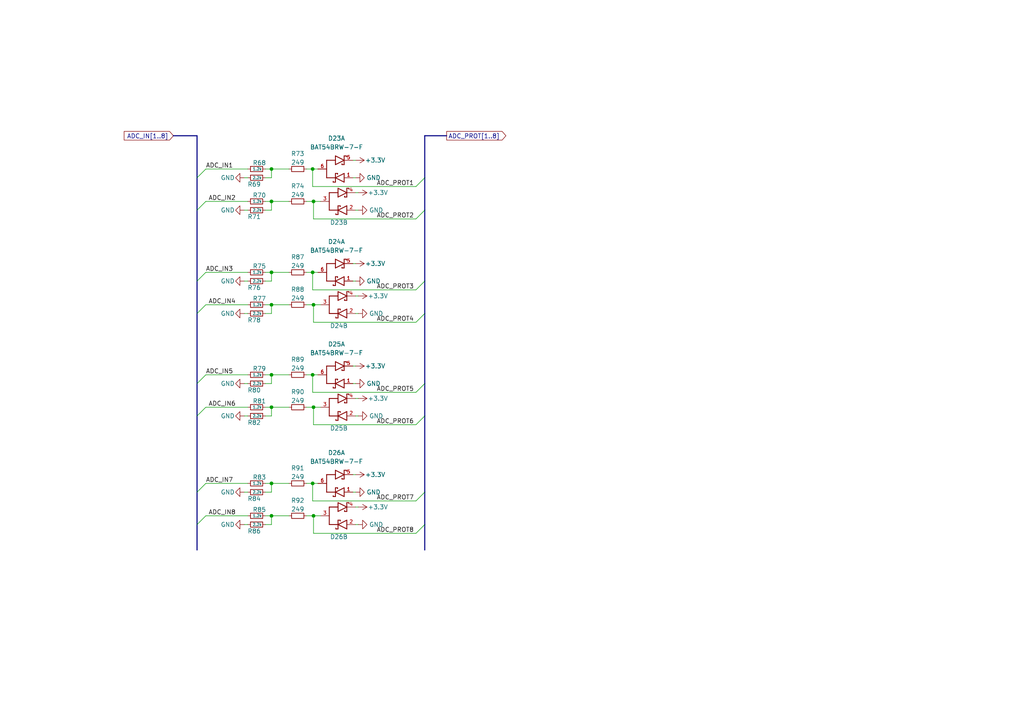
<source format=kicad_sch>
(kicad_sch (version 20211123) (generator eeschema)
  (paper "A4")
  (lib_symbols
    (symbol "Device:R_Small" (pin_numbers hide) (pin_names (offset 0.254) hide)
      (property "Reference" "R" (at 0.762 0.508 0))
      (property "Value" "R_Small" (at 0.762 -1.016 0))
      (symbol "R_Small_0_1"
        (rectangle (start -0.762 1.778) (end 0.762 -1.778) (stroke (width 0.2032)))
      )
      (symbol "R_Small_1_1"
        (pin passive line (at 0 2.54 270) (length 0.762) (name "~") (number "1"))
        (pin passive line (at 0 -2.54 90) (length 0.762) (name "~") (number "2"))
      )
    )
    (symbol "pdms_additional:BAT54BRW-7-F" (pin_names (offset 1.016))
      (property "Reference" "D" (at -5.08 8.89 0))
      (property "Value" "BAT54BRW-7-F" (at -5.08 -11.43 0))
      (symbol "BAT54BRW-7-F_1_0"
        (polyline (pts (xy -3.81 -2.54) (xy -1.27 -2.54)) (stroke (width 0.254)))
        (polyline (pts (xy -3.81 0) (xy -2.54 0)) (stroke (width 0.254)))
        (polyline (pts (xy -3.81 0.635) (xy -3.81 0)) (stroke (width 0.254)))
        (polyline (pts (xy -3.81 0.635) (xy -3.556 0.635)) (stroke (width 0.254)))
        (polyline (pts (xy -2.54 0) (xy -3.81 -2.54)) (stroke (width 0.254)))
        (polyline (pts (xy -2.54 0) (xy -1.27 0)) (stroke (width 0.254)))
        (polyline (pts (xy -2.54 2.54) (xy -2.54 0)) (stroke (width 0.254)))
        (polyline (pts (xy -2.54 2.54) (xy 2.54 2.54)) (stroke (width 0.254)))
        (polyline (pts (xy -1.524 -0.635) (xy -1.27 -0.635)) (stroke (width 0.254)))
        (polyline (pts (xy -1.27 -2.54) (xy -2.54 0)) (stroke (width 0.254)))
        (polyline (pts (xy -1.27 0) (xy -1.27 -0.635)) (stroke (width 0.254)))
        (polyline (pts (xy 1.27 -2.54) (xy 1.27 -1.905)) (stroke (width 0.254)))
        (polyline (pts (xy 1.27 0) (xy 2.54 -2.54)) (stroke (width 0.254)))
        (polyline (pts (xy 1.524 -1.905) (xy 1.27 -1.905)) (stroke (width 0.254)))
        (polyline (pts (xy 2.54 -2.54) (xy 1.27 -2.54)) (stroke (width 0.254)))
        (polyline (pts (xy 2.54 -2.54) (xy 3.81 0)) (stroke (width 0.254)))
        (polyline (pts (xy 2.54 0) (xy 1.27 0)) (stroke (width 0.254)))
        (polyline (pts (xy 2.54 2.54) (xy 2.54 0)) (stroke (width 0.254)))
        (polyline (pts (xy 3.81 -3.175) (xy 3.556 -3.175)) (stroke (width 0.254)))
        (polyline (pts (xy 3.81 -3.175) (xy 3.81 -2.54)) (stroke (width 0.254)))
        (polyline (pts (xy 3.81 -2.54) (xy 2.54 -2.54)) (stroke (width 0.254)))
        (polyline (pts (xy 3.81 0) (xy 2.54 0)) (stroke (width 0.254)))
        (pin passive line (at -2.54 -5.08 90) (length 2.54) (name "~") (number "1"))
        (pin passive line (at 2.54 -5.08 90) (length 2.54) (name "~") (number "5"))
        (pin passive line (at 0 5.08 270) (length 2.54) (name "~") (number "6"))
      )
      (symbol "BAT54BRW-7-F_2_0"
        (polyline (pts (xy -3.81 -2.54) (xy -1.27 -2.54)) (stroke (width 0.254)))
        (polyline (pts (xy -3.81 0) (xy -2.54 0)) (stroke (width 0.254)))
        (polyline (pts (xy -3.81 0.635) (xy -3.81 0)) (stroke (width 0.254)))
        (polyline (pts (xy -3.81 0.635) (xy -3.556 0.635)) (stroke (width 0.254)))
        (polyline (pts (xy -2.54 0) (xy -3.81 -2.54)) (stroke (width 0.254)))
        (polyline (pts (xy -2.54 0) (xy -1.27 0)) (stroke (width 0.254)))
        (polyline (pts (xy -2.54 2.54) (xy -2.54 0)) (stroke (width 0.254)))
        (polyline (pts (xy -2.54 2.54) (xy 2.54 2.54)) (stroke (width 0.254)))
        (polyline (pts (xy -1.524 -0.635) (xy -1.27 -0.635)) (stroke (width 0.254)))
        (polyline (pts (xy -1.27 -2.54) (xy -2.54 0)) (stroke (width 0.254)))
        (polyline (pts (xy -1.27 0) (xy -1.27 -0.635)) (stroke (width 0.254)))
        (polyline (pts (xy 1.27 -2.54) (xy 1.27 -1.905)) (stroke (width 0.254)))
        (polyline (pts (xy 1.27 0) (xy 2.54 -2.54)) (stroke (width 0.254)))
        (polyline (pts (xy 1.524 -1.905) (xy 1.27 -1.905)) (stroke (width 0.254)))
        (polyline (pts (xy 2.54 -2.54) (xy 1.27 -2.54)) (stroke (width 0.254)))
        (polyline (pts (xy 2.54 -2.54) (xy 3.81 0)) (stroke (width 0.254)))
        (polyline (pts (xy 2.54 0) (xy 1.27 0)) (stroke (width 0.254)))
        (polyline (pts (xy 2.54 2.54) (xy 2.54 0)) (stroke (width 0.254)))
        (polyline (pts (xy 3.81 -3.175) (xy 3.556 -3.175)) (stroke (width 0.254)))
        (polyline (pts (xy 3.81 -3.175) (xy 3.81 -2.54)) (stroke (width 0.254)))
        (polyline (pts (xy 3.81 -2.54) (xy 2.54 -2.54)) (stroke (width 0.254)))
        (polyline (pts (xy 3.81 0) (xy 2.54 0)) (stroke (width 0.254)))
        (pin passive line (at -2.54 -5.08 90) (length 2.54) (name "~") (number "2"))
        (pin passive line (at 0 5.08 270) (length 2.54) (name "~") (number "3"))
        (pin passive line (at 2.54 -5.08 90) (length 2.54) (name "~") (number "4"))
      )
    )
    (symbol "power:+3.3V" (power) (pin_names (offset 0))
      (property "Value" "+3.3V" (at 0 3.556 0))
      (symbol "+3.3V_0_1"
        (polyline (pts (xy -0.762 1.27) (xy 0 2.54)))
        (polyline (pts (xy 0 0) (xy 0 2.54)))
        (polyline (pts (xy 0 2.54) (xy 0.762 1.27)))
      )
      (symbol "+3.3V_1_1"
        (pin power_in line (at 0 0 90) (length 0) hide (name "+3.3V") (number "1"))
      )
    )
    (symbol "power:GND" (power) (pin_names (offset 0))
      (property "Value" "GND" (at 0 -3.81 0))
      (symbol "GND_0_1"
        (polyline (pts (xy 0 0) (xy 0 -1.27) (xy 1.27 -1.27) (xy 0 -2.54) (xy -1.27 -1.27) (xy 0 -1.27)))
      )
      (symbol "GND_1_1"
        (pin power_in line (at 0 0 270) (length 0) hide (name "GND") (number "1"))
      )
    )
  )
  (junction (at 78.74 118.11))
  (junction (at 90.932 88.392))
  (junction (at 78.74 88.392))
  (junction (at 90.678 49.022))
  (junction (at 78.74 140.208))
  (junction (at 78.74 49.022))
  (junction (at 90.678 108.712))
  (junction (at 90.932 149.606))
  (junction (at 78.74 149.606))
  (junction (at 78.74 78.994))
  (junction (at 90.932 118.11))
  (junction (at 90.932 58.42))
  (junction (at 90.678 140.208))
  (junction (at 78.74 58.42))
  (junction (at 90.678 78.994))
  (junction (at 78.74 108.712))
  (bus_entry (at 57.15 142.748) (size 2.54 -2.54))
  (bus_entry (at 57.15 90.932) (size 2.54 -2.54))
  (bus_entry (at 123.19 81.534) (size -2.54 2.54))
  (bus_entry (at 123.19 152.146) (size -2.54 2.54))
  (bus_entry (at 123.19 120.65) (size -2.54 2.54))
  (bus_entry (at 57.15 111.252) (size 2.54 -2.54))
  (bus_entry (at 57.15 51.562) (size 2.54 -2.54))
  (bus_entry (at 123.19 90.932) (size -2.54 2.54))
  (bus_entry (at 123.19 142.748) (size -2.54 2.54))
  (bus_entry (at 57.15 60.96) (size 2.54 -2.54))
  (bus_entry (at 57.15 120.65) (size 2.54 -2.54))
  (bus_entry (at 57.15 152.146) (size 2.54 -2.54))
  (bus_entry (at 123.19 111.252) (size -2.54 2.54))
  (bus_entry (at 123.19 60.96) (size -2.54 2.54))
  (bus_entry (at 123.19 51.562) (size -2.54 2.54))
  (bus_entry (at 57.15 81.534) (size 2.54 -2.54))
  (wire (pts (xy 90.932 154.686) (xy 90.932 149.606)))
  (bus (pts (xy 57.15 111.252) (xy 57.15 120.65)))
  (wire (pts (xy 88.9 149.606) (xy 90.932 149.606)))
  (wire (pts (xy 102.362 142.748) (xy 103.124 142.748)))
  (bus (pts (xy 123.19 142.748) (xy 123.19 152.146)))
  (wire (pts (xy 83.82 78.994) (xy 78.74 78.994)))
  (bus (pts (xy 123.19 39.37) (xy 123.19 51.562)))
  (bus (pts (xy 57.15 152.146) (xy 57.15 159.512)))
  (wire (pts (xy 71.882 58.42) (xy 59.69 58.42)))
  (wire (pts (xy 90.678 140.208) (xy 92.202 140.208)))
  (wire (pts (xy 78.74 142.748) (xy 76.962 142.748)))
  (bus (pts (xy 57.15 120.65) (xy 57.15 142.748)))
  (bus (pts (xy 123.19 152.146) (xy 123.19 159.512)))
  (wire (pts (xy 71.882 60.96) (xy 70.866 60.96)))
  (wire (pts (xy 120.65 113.792) (xy 90.678 113.792)))
  (wire (pts (xy 90.932 93.472) (xy 90.932 88.392)))
  (wire (pts (xy 71.882 142.748) (xy 70.866 142.748)))
  (wire (pts (xy 71.882 81.534) (xy 70.866 81.534)))
  (wire (pts (xy 103.124 120.65) (xy 103.886 120.65)))
  (wire (pts (xy 90.932 63.5) (xy 90.932 58.42)))
  (wire (pts (xy 90.678 54.102) (xy 90.678 49.022)))
  (wire (pts (xy 83.82 140.208) (xy 78.74 140.208)))
  (wire (pts (xy 88.9 108.712) (xy 90.678 108.712)))
  (wire (pts (xy 78.74 108.712) (xy 78.74 111.252)))
  (wire (pts (xy 103.124 55.88) (xy 103.886 55.88)))
  (wire (pts (xy 102.362 137.668) (xy 103.124 137.668)))
  (wire (pts (xy 76.962 49.022) (xy 78.74 49.022)))
  (wire (pts (xy 78.74 140.208) (xy 78.74 142.748)))
  (wire (pts (xy 90.678 49.022) (xy 92.202 49.022)))
  (bus (pts (xy 123.19 81.534) (xy 123.19 90.932)))
  (wire (pts (xy 83.82 49.022) (xy 78.74 49.022)))
  (wire (pts (xy 103.124 147.066) (xy 103.886 147.066)))
  (wire (pts (xy 71.882 152.146) (xy 70.866 152.146)))
  (wire (pts (xy 102.362 111.252) (xy 103.124 111.252)))
  (wire (pts (xy 120.65 93.472) (xy 90.932 93.472)))
  (bus (pts (xy 57.15 142.748) (xy 57.15 152.146)))
  (wire (pts (xy 71.882 51.562) (xy 70.866 51.562)))
  (wire (pts (xy 71.882 140.208) (xy 59.69 140.208)))
  (wire (pts (xy 120.65 84.074) (xy 90.678 84.074)))
  (wire (pts (xy 78.74 88.392) (xy 78.74 90.932)))
  (bus (pts (xy 123.19 60.96) (xy 123.19 81.534)))
  (wire (pts (xy 103.124 90.932) (xy 103.886 90.932)))
  (wire (pts (xy 78.74 49.022) (xy 78.74 51.562)))
  (wire (pts (xy 78.74 118.11) (xy 78.74 120.65)))
  (wire (pts (xy 90.678 113.792) (xy 90.678 108.712)))
  (wire (pts (xy 120.65 123.19) (xy 90.932 123.19)))
  (bus (pts (xy 129.54 39.37) (xy 123.19 39.37)))
  (wire (pts (xy 76.962 118.11) (xy 78.74 118.11)))
  (wire (pts (xy 120.65 54.102) (xy 90.678 54.102)))
  (wire (pts (xy 103.124 152.146) (xy 103.886 152.146)))
  (wire (pts (xy 83.82 118.11) (xy 78.74 118.11)))
  (wire (pts (xy 102.362 106.172) (xy 103.124 106.172)))
  (wire (pts (xy 78.74 90.932) (xy 76.962 90.932)))
  (wire (pts (xy 90.932 149.606) (xy 92.964 149.606)))
  (wire (pts (xy 78.74 111.252) (xy 76.962 111.252)))
  (wire (pts (xy 103.124 115.57) (xy 103.886 115.57)))
  (wire (pts (xy 90.932 123.19) (xy 90.932 118.11)))
  (wire (pts (xy 83.82 88.392) (xy 78.74 88.392)))
  (bus (pts (xy 123.19 111.252) (xy 123.19 120.65)))
  (wire (pts (xy 78.74 51.562) (xy 76.962 51.562)))
  (wire (pts (xy 102.362 51.562) (xy 103.124 51.562)))
  (wire (pts (xy 103.124 85.852) (xy 103.886 85.852)))
  (bus (pts (xy 123.19 120.65) (xy 123.19 142.748)))
  (wire (pts (xy 83.82 108.712) (xy 78.74 108.712)))
  (wire (pts (xy 88.9 118.11) (xy 90.932 118.11)))
  (wire (pts (xy 90.678 108.712) (xy 92.202 108.712)))
  (wire (pts (xy 78.74 58.42) (xy 78.74 60.96)))
  (wire (pts (xy 78.74 152.146) (xy 76.962 152.146)))
  (wire (pts (xy 90.932 58.42) (xy 92.964 58.42)))
  (wire (pts (xy 102.362 76.454) (xy 103.124 76.454)))
  (wire (pts (xy 76.962 140.208) (xy 78.74 140.208)))
  (wire (pts (xy 71.882 111.252) (xy 70.866 111.252)))
  (wire (pts (xy 88.9 58.42) (xy 90.932 58.42)))
  (bus (pts (xy 57.15 90.932) (xy 57.15 111.252)))
  (wire (pts (xy 71.882 78.994) (xy 59.69 78.994)))
  (wire (pts (xy 76.962 108.712) (xy 78.74 108.712)))
  (wire (pts (xy 78.74 60.96) (xy 76.962 60.96)))
  (wire (pts (xy 78.74 78.994) (xy 78.74 81.534)))
  (wire (pts (xy 71.882 118.11) (xy 59.69 118.11)))
  (wire (pts (xy 78.74 120.65) (xy 76.962 120.65)))
  (bus (pts (xy 50.292 39.37) (xy 57.15 39.37)))
  (bus (pts (xy 57.15 60.96) (xy 57.15 81.534)))
  (wire (pts (xy 120.65 63.5) (xy 90.932 63.5)))
  (bus (pts (xy 57.15 39.37) (xy 57.15 51.562)))
  (wire (pts (xy 76.962 58.42) (xy 78.74 58.42)))
  (wire (pts (xy 71.882 90.932) (xy 70.866 90.932)))
  (wire (pts (xy 71.882 149.606) (xy 59.69 149.606)))
  (wire (pts (xy 103.124 60.96) (xy 103.886 60.96)))
  (wire (pts (xy 88.9 88.392) (xy 90.932 88.392)))
  (wire (pts (xy 71.882 49.022) (xy 59.69 49.022)))
  (bus (pts (xy 123.19 51.562) (xy 123.19 60.96)))
  (bus (pts (xy 57.15 81.534) (xy 57.15 90.932)))
  (wire (pts (xy 88.9 140.208) (xy 90.678 140.208)))
  (wire (pts (xy 71.882 108.712) (xy 59.69 108.712)))
  (wire (pts (xy 90.932 88.392) (xy 92.964 88.392)))
  (wire (pts (xy 102.362 81.534) (xy 103.124 81.534)))
  (wire (pts (xy 88.9 49.022) (xy 90.678 49.022)))
  (wire (pts (xy 102.362 46.482) (xy 103.124 46.482)))
  (wire (pts (xy 76.962 78.994) (xy 78.74 78.994)))
  (wire (pts (xy 76.962 88.392) (xy 78.74 88.392)))
  (wire (pts (xy 76.962 149.606) (xy 78.74 149.606)))
  (wire (pts (xy 120.65 154.686) (xy 90.932 154.686)))
  (wire (pts (xy 90.932 118.11) (xy 92.964 118.11)))
  (wire (pts (xy 71.882 120.65) (xy 70.866 120.65)))
  (wire (pts (xy 88.9 78.994) (xy 90.678 78.994)))
  (wire (pts (xy 83.82 58.42) (xy 78.74 58.42)))
  (wire (pts (xy 90.678 78.994) (xy 92.202 78.994)))
  (wire (pts (xy 90.678 84.074) (xy 90.678 78.994)))
  (wire (pts (xy 83.82 149.606) (xy 78.74 149.606)))
  (wire (pts (xy 71.882 88.392) (xy 59.69 88.392)))
  (bus (pts (xy 123.19 90.932) (xy 123.19 111.252)))
  (wire (pts (xy 78.74 81.534) (xy 76.962 81.534)))
  (wire (pts (xy 90.678 145.288) (xy 90.678 140.208)))
  (wire (pts (xy 120.65 145.288) (xy 90.678 145.288)))
  (wire (pts (xy 78.74 149.606) (xy 78.74 152.146)))
  (bus (pts (xy 57.15 51.562) (xy 57.15 60.96)))
  (label "ADC_IN7" (at 59.69 140.208 0))
  (label "ADC_PROT4" (at 109.22 93.472 0))
  (label "ADC_PROT2" (at 109.22 63.5 0))
  (label "ADC_IN1" (at 59.69 49.022 0))
  (label "ADC_IN5" (at 59.69 108.712 0))
  (label "ADC_IN8" (at 60.452 149.606 0))
  (label "ADC_PROT6" (at 109.22 123.19 0))
  (label "ADC_PROT5" (at 109.22 113.792 0))
  (label "ADC_IN3" (at 59.69 78.994 0))
  (label "ADC_PROT7" (at 109.22 145.288 0))
  (label "ADC_IN4" (at 60.452 88.392 0))
  (label "ADC_PROT1" (at 109.22 54.102 0))
  (label "ADC_PROT3" (at 109.22 84.074 0))
  (label "ADC_IN6" (at 60.452 118.11 0))
  (label "ADC_IN2" (at 60.452 58.42 0))
  (label "ADC_PROT8" (at 109.22 154.686 0))
  (global_label "ADC_IN[1..8]" (shape input) (at 50.292 39.37 180) (property "Intersheet References" "${INTERSHEET_REFS}" (effects hide)))
  (global_label "ADC_PROT[1..8]" (shape output) (at 129.54 39.37 0) (property "Intersheet References" "${INTERSHEET_REFS}" (effects hide)))
  (symbol (lib_id "Device:R_Small") (at 86.36 78.994 90) (unit 1)
    (property "Reference" "R87" (at 86.36 74.549 90))
    (property "Value" "249" (at 86.36 77.089 90))
    (property "Footprint" "Resistor_SMD:R_0402_1005Metric_Pad0.72x0.64mm_HandSolder" (effects hide))
  )
  (symbol (lib_id "power:+3.3V") (at 103.886 85.852 270) (unit 1)
    (property "Reference" "#PWR0260" (effects hide))
    (property "Value" "+3.3V" (at 109.601 85.852 90))
  )
  (symbol (lib_id "power:GND") (at 70.866 81.534 270) (unit 1)
    (property "Reference" "#PWR0244" (effects hide))
    (property "Value" "GND" (at 66.04 81.534 90))
  )
  (symbol (lib_id "power:GND") (at 70.866 111.252 270) (unit 1)
    (property "Reference" "#PWR0270" (effects hide))
    (property "Value" "GND" (at 66.04 111.252 90))
  )
  (symbol (lib_id "Device:R_Small") (at 74.422 78.994 270) (unit 1)
    (property "Reference" "R75" (at 73.279 77.216 90) (effects (justify left)))
    (property "Value" "1.2k" (at 73.279 78.994 90) (effects (font (size 0.8 0.8)) (justify left)))
    (property "Footprint" "Resistor_SMD:R_0402_1005Metric_Pad0.72x0.64mm_HandSolder" (effects hide))
  )
  (symbol (lib_id "Device:R_Small") (at 86.36 108.712 90) (unit 1)
    (property "Reference" "R89" (at 86.36 104.267 90))
    (property "Value" "249" (at 86.36 106.807 90))
    (property "Footprint" "Resistor_SMD:R_0402_1005Metric_Pad0.72x0.64mm_HandSolder" (effects hide))
  )
  (symbol (lib_id "Device:R_Small") (at 86.36 88.392 90) (unit 1)
    (property "Reference" "R88" (at 86.36 83.947 90))
    (property "Value" "249" (at 86.36 86.487 90))
    (property "Footprint" "Resistor_SMD:R_0402_1005Metric_Pad0.72x0.64mm_HandSolder" (effects hide))
  )
  (symbol (lib_id "pdms_additional:BAT54BRW-7-F") (at 97.282 78.994 90) (unit 1)
    (property "Reference" "D24" (at 97.5995 70.104 90))
    (property "Value" "BAT54BRW-7-F" (at 97.5995 72.644 90))
    (property "Footprint" "PDM_Additional:SOT65P210X110-6N" (effects hide))
    (property "MAXIMUM_PACKAGE_HEIGHT" "1.1 mm" (effects hide))
    (property "MANUFACTURER" "Diodes Inc." (effects hide))
    (property "PARTREV" "17 - 2" (effects hide))
    (property "STANDARD" "IPC 7351B" (effects hide))
  )
  (symbol (lib_id "power:+3.3V") (at 103.124 106.172 270) (unit 1)
    (property "Reference" "#PWR0262" (effects hide))
    (property "Value" "+3.3V" (at 108.839 106.172 90))
  )
  (symbol (lib_id "Device:R_Small") (at 86.36 118.11 90) (unit 1)
    (property "Reference" "R90" (at 86.36 113.665 90))
    (property "Value" "249" (at 86.36 116.205 90))
    (property "Footprint" "Resistor_SMD:R_0402_1005Metric_Pad0.72x0.64mm_HandSolder" (effects hide))
  )
  (symbol (lib_id "power:GND") (at 103.124 81.534 90) (unit 1)
    (property "Reference" "#PWR0261" (effects hide))
    (property "Value" "GND" (at 106.299 81.5339 90) (effects (justify right)))
  )
  (symbol (lib_id "pdms_additional:BAT54BRW-7-F") (at 98.044 149.606 90) (unit 2)
    (property "Reference" "D26" (at 98.298 155.702 90))
    (property "Value" "BAT54BRW-7-F" (effects hide))
    (property "Footprint" "PDM_Additional:SOT65P210X110-6N" (effects hide))
    (property "MAXIMUM_PACKAGE_HEIGHT" "1.1 mm" (effects hide))
    (property "MANUFACTURER" "Diodes Inc." (effects hide))
    (property "PARTREV" "17 - 2" (effects hide))
    (property "STANDARD" "IPC 7351B" (effects hide))
  )
  (symbol (lib_id "pdms_additional:BAT54BRW-7-F") (at 98.044 118.11 90) (unit 2)
    (property "Reference" "D25" (at 98.298 124.206 90))
    (property "Value" "BAT54BRW-7-F" (effects hide))
    (property "Footprint" "PDM_Additional:SOT65P210X110-6N" (effects hide))
    (property "MAXIMUM_PACKAGE_HEIGHT" "1.1 mm" (effects hide))
    (property "MANUFACTURER" "Diodes Inc." (effects hide))
    (property "PARTREV" "17 - 2" (effects hide))
    (property "STANDARD" "IPC 7351B" (effects hide))
  )
  (symbol (lib_id "Device:R_Small") (at 74.422 111.252 90) (unit 1)
    (property "Reference" "R80" (at 75.692 113.157 90) (effects (justify left)))
    (property "Value" "2.2k" (at 75.946 111.252 90) (effects (font (size 0.8 0.8)) (justify left)))
    (property "Footprint" "Resistor_SMD:R_0402_1005Metric_Pad0.72x0.64mm_HandSolder" (effects hide))
  )
  (symbol (lib_id "power:GND") (at 103.886 90.932 90) (unit 1)
    (property "Reference" "#PWR0259" (effects hide))
    (property "Value" "GND" (at 107.061 90.9319 90) (effects (justify right)))
  )
  (symbol (lib_id "Device:R_Small") (at 74.422 108.712 270) (unit 1)
    (property "Reference" "R79" (at 73.279 106.934 90) (effects (justify left)))
    (property "Value" "1.2k" (at 73.279 108.712 90) (effects (font (size 0.8 0.8)) (justify left)))
    (property "Footprint" "Resistor_SMD:R_0402_1005Metric_Pad0.72x0.64mm_HandSolder" (effects hide))
  )
  (symbol (lib_id "power:+3.3V") (at 103.124 46.482 270) (unit 1)
    (property "Reference" "#PWR0265" (effects hide))
    (property "Value" "+3.3V" (at 108.839 46.482 90))
  )
  (symbol (lib_id "Device:R_Small") (at 74.422 81.534 90) (unit 1)
    (property "Reference" "R76" (at 75.692 83.439 90) (effects (justify left)))
    (property "Value" "2.2k" (at 75.946 81.534 90) (effects (font (size 0.8 0.8)) (justify left)))
    (property "Footprint" "Resistor_SMD:R_0402_1005Metric_Pad0.72x0.64mm_HandSolder" (effects hide))
  )
  (symbol (lib_id "Device:R_Small") (at 74.422 120.65 90) (unit 1)
    (property "Reference" "R82" (at 75.692 122.555 90) (effects (justify left)))
    (property "Value" "2.2k" (at 75.946 120.65 90) (effects (font (size 0.8 0.8)) (justify left)))
    (property "Footprint" "Resistor_SMD:R_0402_1005Metric_Pad0.72x0.64mm_HandSolder" (effects hide))
  )
  (symbol (lib_id "power:+3.3V") (at 103.886 55.88 270) (unit 1)
    (property "Reference" "#PWR0266" (effects hide))
    (property "Value" "+3.3V" (at 109.601 55.88 90))
  )
  (symbol (lib_id "Device:R_Small") (at 74.422 58.42 270) (unit 1)
    (property "Reference" "R70" (at 73.279 56.642 90) (effects (justify left)))
    (property "Value" "1.2k" (at 73.279 58.42 90) (effects (font (size 0.8 0.8)) (justify left)))
    (property "Footprint" "Resistor_SMD:R_0402_1005Metric_Pad0.72x0.64mm_HandSolder" (effects hide))
  )
  (symbol (lib_id "pdms_additional:BAT54BRW-7-F") (at 97.282 108.712 90) (unit 1)
    (property "Reference" "D25" (at 97.5995 99.822 90))
    (property "Value" "BAT54BRW-7-F" (at 97.5995 102.362 90))
    (property "Footprint" "PDM_Additional:SOT65P210X110-6N" (effects hide))
    (property "MAXIMUM_PACKAGE_HEIGHT" "1.1 mm" (effects hide))
    (property "MANUFACTURER" "Diodes Inc." (effects hide))
    (property "PARTREV" "17 - 2" (effects hide))
    (property "STANDARD" "IPC 7351B" (effects hide))
  )
  (symbol (lib_id "pdms_additional:BAT54BRW-7-F") (at 97.282 49.022 90) (unit 1)
    (property "Reference" "D23" (at 97.5995 40.132 90))
    (property "Value" "BAT54BRW-7-F" (at 97.5995 42.672 90))
    (property "Footprint" "PDM_Additional:SOT65P210X110-6N" (effects hide))
    (property "MAXIMUM_PACKAGE_HEIGHT" "1.1 mm" (effects hide))
    (property "MANUFACTURER" "Diodes Inc." (effects hide))
    (property "PARTREV" "17 - 2" (effects hide))
    (property "STANDARD" "IPC 7351B" (effects hide))
  )
  (symbol (lib_id "Device:R_Small") (at 74.422 140.208 270) (unit 1)
    (property "Reference" "R83" (at 73.279 138.43 90) (effects (justify left)))
    (property "Value" "1.2k" (at 73.279 140.208 90) (effects (font (size 0.8 0.8)) (justify left)))
    (property "Footprint" "Resistor_SMD:R_0402_1005Metric_Pad0.72x0.64mm_HandSolder" (effects hide))
  )
  (symbol (lib_id "power:GND") (at 70.866 90.932 270) (unit 1)
    (property "Reference" "#PWR0269" (effects hide))
    (property "Value" "GND" (at 66.04 90.932 90))
  )
  (symbol (lib_id "Device:R_Small") (at 86.36 140.208 90) (unit 1)
    (property "Reference" "R91" (at 86.36 135.763 90))
    (property "Value" "249" (at 86.36 138.303 90))
    (property "Footprint" "Resistor_SMD:R_0402_1005Metric_Pad0.72x0.64mm_HandSolder" (effects hide))
  )
  (symbol (lib_id "power:GND") (at 103.886 152.146 90) (unit 1)
    (property "Reference" "#PWR0254" (effects hide))
    (property "Value" "GND" (at 107.061 152.1459 90) (effects (justify right)))
  )
  (symbol (lib_id "power:+3.3V") (at 103.124 137.668 270) (unit 1)
    (property "Reference" "#PWR0257" (effects hide))
    (property "Value" "+3.3V" (at 108.839 137.668 90))
  )
  (symbol (lib_id "pdms_additional:BAT54BRW-7-F") (at 97.282 140.208 90) (unit 1)
    (property "Reference" "D26" (at 97.5995 131.318 90))
    (property "Value" "BAT54BRW-7-F" (at 97.5995 133.858 90))
    (property "Footprint" "PDM_Additional:SOT65P210X110-6N" (effects hide))
    (property "MAXIMUM_PACKAGE_HEIGHT" "1.1 mm" (effects hide))
    (property "MANUFACTURER" "Diodes Inc." (effects hide))
    (property "PARTREV" "17 - 2" (effects hide))
    (property "STANDARD" "IPC 7351B" (effects hide))
  )
  (symbol (lib_id "pdms_additional:BAT54BRW-7-F") (at 98.044 58.42 90) (unit 2)
    (property "Reference" "D23" (at 98.298 64.516 90))
    (property "Value" "BAT54BRW-7-F" (effects hide))
    (property "Footprint" "PDM_Additional:SOT65P210X110-6N" (effects hide))
    (property "MAXIMUM_PACKAGE_HEIGHT" "1.1 mm" (effects hide))
    (property "MANUFACTURER" "Diodes Inc." (effects hide))
    (property "PARTREV" "17 - 2" (effects hide))
    (property "STANDARD" "IPC 7351B" (effects hide))
  )
  (symbol (lib_id "Device:R_Small") (at 74.422 118.11 270) (unit 1)
    (property "Reference" "R81" (at 73.279 116.332 90) (effects (justify left)))
    (property "Value" "1.2k" (at 73.279 118.11 90) (effects (font (size 0.8 0.8)) (justify left)))
    (property "Footprint" "Resistor_SMD:R_0402_1005Metric_Pad0.72x0.64mm_HandSolder" (effects hide))
  )
  (symbol (lib_id "power:GND") (at 70.866 120.65 270) (unit 1)
    (property "Reference" "#PWR0271" (effects hide))
    (property "Value" "GND" (at 66.04 120.65 90))
  )
  (symbol (lib_id "power:GND") (at 103.886 120.65 90) (unit 1)
    (property "Reference" "#PWR0263" (effects hide))
    (property "Value" "GND" (at 107.061 120.6499 90) (effects (justify right)))
  )
  (symbol (lib_id "power:GND") (at 70.866 152.146 270) (unit 1)
    (property "Reference" "#PWR0273" (effects hide))
    (property "Value" "GND" (at 66.04 152.146 90))
  )
  (symbol (lib_id "power:+3.3V") (at 103.124 76.454 270) (unit 1)
    (property "Reference" "#PWR0274" (effects hide))
    (property "Value" "+3.3V" (at 108.839 76.454 90))
  )
  (symbol (lib_id "Device:R_Small") (at 74.422 152.146 90) (unit 1)
    (property "Reference" "R86" (at 75.692 154.051 90) (effects (justify left)))
    (property "Value" "2.2k" (at 75.946 152.146 90) (effects (font (size 0.8 0.8)) (justify left)))
    (property "Footprint" "Resistor_SMD:R_0402_1005Metric_Pad0.72x0.64mm_HandSolder" (effects hide))
  )
  (symbol (lib_id "power:+3.3V") (at 103.886 115.57 270) (unit 1)
    (property "Reference" "#PWR0264" (effects hide))
    (property "Value" "+3.3V" (at 109.601 115.57 90))
  )
  (symbol (lib_id "Device:R_Small") (at 74.422 88.392 270) (unit 1)
    (property "Reference" "R77" (at 73.279 86.614 90) (effects (justify left)))
    (property "Value" "1.2k" (at 73.279 88.392 90) (effects (font (size 0.8 0.8)) (justify left)))
    (property "Footprint" "Resistor_SMD:R_0402_1005Metric_Pad0.72x0.64mm_HandSolder" (effects hide))
  )
  (symbol (lib_id "Device:R_Small") (at 86.36 58.42 90) (unit 1)
    (property "Reference" "R74" (at 86.36 53.975 90))
    (property "Value" "249" (at 86.36 56.515 90))
    (property "Footprint" "Resistor_SMD:R_0402_1005Metric_Pad0.72x0.64mm_HandSolder" (effects hide))
  )
  (symbol (lib_id "power:GND") (at 103.124 111.252 90) (unit 1)
    (property "Reference" "#PWR0258" (effects hide))
    (property "Value" "GND" (at 106.299 111.2519 90) (effects (justify right)))
  )
  (symbol (lib_id "power:GND") (at 103.886 60.96 90) (unit 1)
    (property "Reference" "#PWR0267" (effects hide))
    (property "Value" "GND" (at 107.061 60.9599 90) (effects (justify right)))
  )
  (symbol (lib_id "Device:R_Small") (at 74.422 142.748 90) (unit 1)
    (property "Reference" "R84" (at 75.692 144.653 90) (effects (justify left)))
    (property "Value" "2.2k" (at 75.946 142.748 90) (effects (font (size 0.8 0.8)) (justify left)))
    (property "Footprint" "Resistor_SMD:R_0402_1005Metric_Pad0.72x0.64mm_HandSolder" (effects hide))
  )
  (symbol (lib_id "power:GND") (at 70.866 142.748 270) (unit 1)
    (property "Reference" "#PWR0272" (effects hide))
    (property "Value" "GND" (at 66.04 142.748 90))
  )
  (symbol (lib_id "Device:R_Small") (at 74.422 60.96 90) (unit 1)
    (property "Reference" "R71" (at 75.692 62.865 90) (effects (justify left)))
    (property "Value" "2.2k" (at 75.946 60.96 90) (effects (font (size 0.8 0.8)) (justify left)))
    (property "Footprint" "Resistor_SMD:R_0402_1005Metric_Pad0.72x0.64mm_HandSolder" (effects hide))
  )
  (symbol (lib_id "Device:R_Small") (at 74.422 49.022 270) (unit 1)
    (property "Reference" "R68" (at 73.279 47.244 90) (effects (justify left)))
    (property "Value" "1.2k" (at 73.279 49.022 90) (effects (font (size 0.8 0.8)) (justify left)))
    (property "Footprint" "Resistor_SMD:R_0402_1005Metric_Pad0.72x0.64mm_HandSolder" (effects hide))
  )
  (symbol (lib_id "power:+3.3V") (at 103.886 147.066 270) (unit 1)
    (property "Reference" "#PWR0253" (effects hide))
    (property "Value" "+3.3V" (at 109.601 147.066 90))
  )
  (symbol (lib_id "Device:R_Small") (at 86.36 49.022 90) (unit 1)
    (property "Reference" "R73" (at 86.36 44.577 90))
    (property "Value" "249" (at 86.36 47.117 90))
    (property "Footprint" "Resistor_SMD:R_0402_1005Metric_Pad0.72x0.64mm_HandSolder" (effects hide))
  )
  (symbol (lib_id "power:GND") (at 70.866 51.562 270) (unit 1)
    (property "Reference" "#PWR0268" (effects hide))
    (property "Value" "GND" (at 66.04 51.562 90))
  )
  (symbol (lib_id "Device:R_Small") (at 86.36 149.606 90) (unit 1)
    (property "Reference" "R92" (at 86.36 145.161 90))
    (property "Value" "249" (at 86.36 147.701 90))
    (property "Footprint" "Resistor_SMD:R_0402_1005Metric_Pad0.72x0.64mm_HandSolder" (effects hide))
  )
  (symbol (lib_id "power:GND") (at 70.866 60.96 270) (unit 1)
    (property "Reference" "#PWR0255" (effects hide))
    (property "Value" "GND" (at 66.04 60.96 90))
  )
  (symbol (lib_id "Device:R_Small") (at 74.422 90.932 90) (unit 1)
    (property "Reference" "R78" (at 75.692 92.837 90) (effects (justify left)))
    (property "Value" "2.2k" (at 75.946 90.932 90) (effects (font (size 0.8 0.8)) (justify left)))
    (property "Footprint" "Resistor_SMD:R_0402_1005Metric_Pad0.72x0.64mm_HandSolder" (effects hide))
  )
  (symbol (lib_id "Device:R_Small") (at 74.422 51.562 90) (unit 1)
    (property "Reference" "R69" (at 75.692 53.467 90) (effects (justify left)))
    (property "Value" "2.2k" (at 75.946 51.562 90) (effects (font (size 0.8 0.8)) (justify left)))
    (property "Footprint" "Resistor_SMD:R_0402_1005Metric_Pad0.72x0.64mm_HandSolder" (effects hide))
  )
  (symbol (lib_id "Device:R_Small") (at 74.422 149.606 270) (unit 1)
    (property "Reference" "R85" (at 73.279 147.828 90) (effects (justify left)))
    (property "Value" "1.2k" (at 73.279 149.606 90) (effects (font (size 0.8 0.8)) (justify left)))
    (property "Footprint" "Resistor_SMD:R_0402_1005Metric_Pad0.72x0.64mm_HandSolder" (effects hide))
  )
  (symbol (lib_id "pdms_additional:BAT54BRW-7-F") (at 98.044 88.392 90) (unit 2)
    (property "Reference" "D24" (at 98.298 94.488 90))
    (property "Value" "BAT54BRW-7-F" (effects hide))
    (property "Footprint" "PDM_Additional:SOT65P210X110-6N" (effects hide))
    (property "MAXIMUM_PACKAGE_HEIGHT" "1.1 mm" (effects hide))
    (property "MANUFACTURER" "Diodes Inc." (effects hide))
    (property "PARTREV" "17 - 2" (effects hide))
    (property "STANDARD" "IPC 7351B" (effects hide))
  )
  (symbol (lib_id "power:GND") (at 103.124 51.562 90) (unit 1)
    (property "Reference" "#PWR0247" (effects hide))
    (property "Value" "GND" (at 106.299 51.5619 90) (effects (justify right)))
  )
  (symbol (lib_id "power:GND") (at 103.124 142.748 90) (unit 1)
    (property "Reference" "#PWR0256" (effects hide))
    (property "Value" "GND" (at 106.299 142.7479 90) (effects (justify right)))
  )
)
</source>
